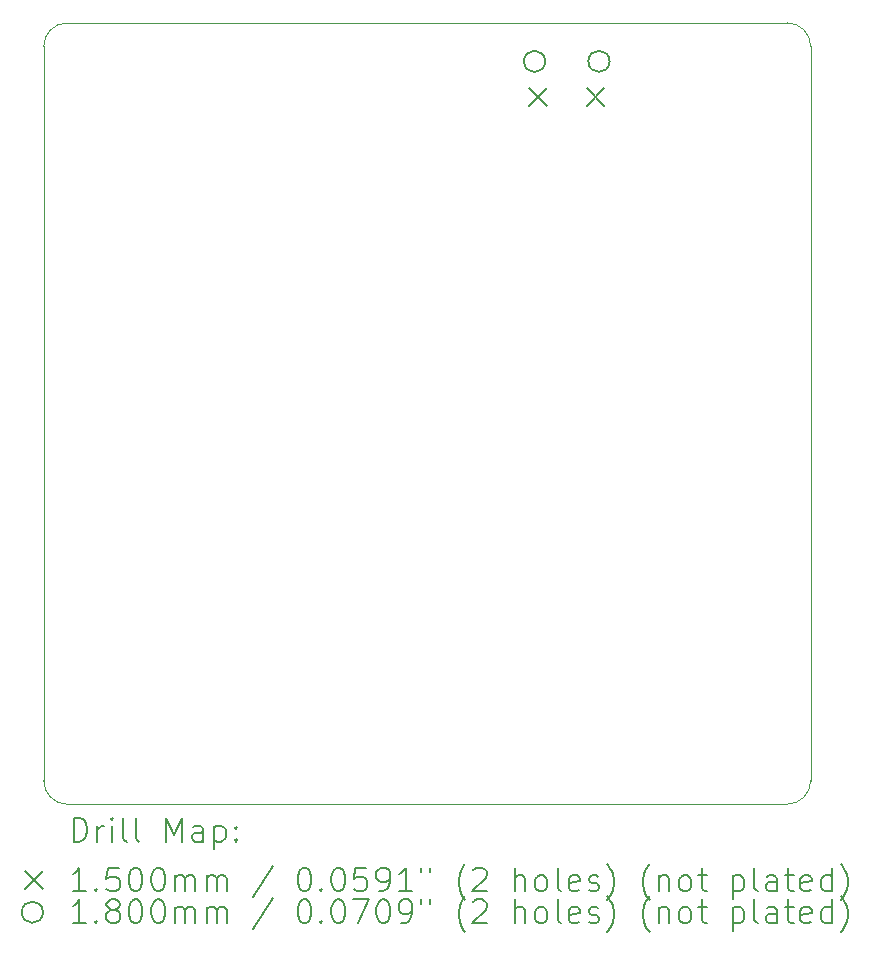
<source format=gbr>
%TF.GenerationSoftware,KiCad,Pcbnew,7.0.7*%
%TF.CreationDate,2023-10-17T10:27:27-07:00*%
%TF.ProjectId,dev-board,6465762d-626f-4617-9264-2e6b69636164,rev?*%
%TF.SameCoordinates,Original*%
%TF.FileFunction,Drillmap*%
%TF.FilePolarity,Positive*%
%FSLAX45Y45*%
G04 Gerber Fmt 4.5, Leading zero omitted, Abs format (unit mm)*
G04 Created by KiCad (PCBNEW 7.0.7) date 2023-10-17 10:27:27*
%MOMM*%
%LPD*%
G01*
G04 APERTURE LIST*
%ADD10C,0.100000*%
%ADD11C,0.200000*%
%ADD12C,0.150000*%
%ADD13C,0.180000*%
G04 APERTURE END LIST*
D10*
X19460000Y-5080000D02*
X19460000Y-11295000D01*
X12965000Y-11295000D02*
G75*
G03*
X13165000Y-11495000I200000J0D01*
G01*
X13165000Y-4880000D02*
G75*
G03*
X12965000Y-5080000I0J-200000D01*
G01*
X19260000Y-11495000D02*
G75*
G03*
X19460000Y-11295000I0J200000D01*
G01*
X13165000Y-4880000D02*
X19260000Y-4880000D01*
X12965000Y-11295000D02*
X12965000Y-5080000D01*
X19260000Y-11495000D02*
X13165000Y-11495000D01*
X19460000Y-5080000D02*
G75*
G03*
X19260000Y-4880000I-200000J0D01*
G01*
D11*
D12*
X17076500Y-5434000D02*
X17226500Y-5584000D01*
X17226500Y-5434000D02*
X17076500Y-5584000D01*
X17561500Y-5434000D02*
X17711500Y-5584000D01*
X17711500Y-5434000D02*
X17561500Y-5584000D01*
D13*
X17211500Y-5206000D02*
G75*
G03*
X17211500Y-5206000I-90000J0D01*
G01*
X17756500Y-5206000D02*
G75*
G03*
X17756500Y-5206000I-90000J0D01*
G01*
D11*
X13220777Y-11811484D02*
X13220777Y-11611484D01*
X13220777Y-11611484D02*
X13268396Y-11611484D01*
X13268396Y-11611484D02*
X13296967Y-11621008D01*
X13296967Y-11621008D02*
X13316015Y-11640055D01*
X13316015Y-11640055D02*
X13325539Y-11659103D01*
X13325539Y-11659103D02*
X13335062Y-11697198D01*
X13335062Y-11697198D02*
X13335062Y-11725769D01*
X13335062Y-11725769D02*
X13325539Y-11763865D01*
X13325539Y-11763865D02*
X13316015Y-11782912D01*
X13316015Y-11782912D02*
X13296967Y-11801960D01*
X13296967Y-11801960D02*
X13268396Y-11811484D01*
X13268396Y-11811484D02*
X13220777Y-11811484D01*
X13420777Y-11811484D02*
X13420777Y-11678150D01*
X13420777Y-11716246D02*
X13430301Y-11697198D01*
X13430301Y-11697198D02*
X13439824Y-11687674D01*
X13439824Y-11687674D02*
X13458872Y-11678150D01*
X13458872Y-11678150D02*
X13477920Y-11678150D01*
X13544586Y-11811484D02*
X13544586Y-11678150D01*
X13544586Y-11611484D02*
X13535062Y-11621008D01*
X13535062Y-11621008D02*
X13544586Y-11630531D01*
X13544586Y-11630531D02*
X13554110Y-11621008D01*
X13554110Y-11621008D02*
X13544586Y-11611484D01*
X13544586Y-11611484D02*
X13544586Y-11630531D01*
X13668396Y-11811484D02*
X13649348Y-11801960D01*
X13649348Y-11801960D02*
X13639824Y-11782912D01*
X13639824Y-11782912D02*
X13639824Y-11611484D01*
X13773158Y-11811484D02*
X13754110Y-11801960D01*
X13754110Y-11801960D02*
X13744586Y-11782912D01*
X13744586Y-11782912D02*
X13744586Y-11611484D01*
X14001729Y-11811484D02*
X14001729Y-11611484D01*
X14001729Y-11611484D02*
X14068396Y-11754341D01*
X14068396Y-11754341D02*
X14135062Y-11611484D01*
X14135062Y-11611484D02*
X14135062Y-11811484D01*
X14316015Y-11811484D02*
X14316015Y-11706722D01*
X14316015Y-11706722D02*
X14306491Y-11687674D01*
X14306491Y-11687674D02*
X14287443Y-11678150D01*
X14287443Y-11678150D02*
X14249348Y-11678150D01*
X14249348Y-11678150D02*
X14230301Y-11687674D01*
X14316015Y-11801960D02*
X14296967Y-11811484D01*
X14296967Y-11811484D02*
X14249348Y-11811484D01*
X14249348Y-11811484D02*
X14230301Y-11801960D01*
X14230301Y-11801960D02*
X14220777Y-11782912D01*
X14220777Y-11782912D02*
X14220777Y-11763865D01*
X14220777Y-11763865D02*
X14230301Y-11744817D01*
X14230301Y-11744817D02*
X14249348Y-11735293D01*
X14249348Y-11735293D02*
X14296967Y-11735293D01*
X14296967Y-11735293D02*
X14316015Y-11725769D01*
X14411253Y-11678150D02*
X14411253Y-11878150D01*
X14411253Y-11687674D02*
X14430301Y-11678150D01*
X14430301Y-11678150D02*
X14468396Y-11678150D01*
X14468396Y-11678150D02*
X14487443Y-11687674D01*
X14487443Y-11687674D02*
X14496967Y-11697198D01*
X14496967Y-11697198D02*
X14506491Y-11716246D01*
X14506491Y-11716246D02*
X14506491Y-11773388D01*
X14506491Y-11773388D02*
X14496967Y-11792436D01*
X14496967Y-11792436D02*
X14487443Y-11801960D01*
X14487443Y-11801960D02*
X14468396Y-11811484D01*
X14468396Y-11811484D02*
X14430301Y-11811484D01*
X14430301Y-11811484D02*
X14411253Y-11801960D01*
X14592205Y-11792436D02*
X14601729Y-11801960D01*
X14601729Y-11801960D02*
X14592205Y-11811484D01*
X14592205Y-11811484D02*
X14582682Y-11801960D01*
X14582682Y-11801960D02*
X14592205Y-11792436D01*
X14592205Y-11792436D02*
X14592205Y-11811484D01*
X14592205Y-11687674D02*
X14601729Y-11697198D01*
X14601729Y-11697198D02*
X14592205Y-11706722D01*
X14592205Y-11706722D02*
X14582682Y-11697198D01*
X14582682Y-11697198D02*
X14592205Y-11687674D01*
X14592205Y-11687674D02*
X14592205Y-11706722D01*
D12*
X12810000Y-12065000D02*
X12960000Y-12215000D01*
X12960000Y-12065000D02*
X12810000Y-12215000D01*
D11*
X13325539Y-12231484D02*
X13211253Y-12231484D01*
X13268396Y-12231484D02*
X13268396Y-12031484D01*
X13268396Y-12031484D02*
X13249348Y-12060055D01*
X13249348Y-12060055D02*
X13230301Y-12079103D01*
X13230301Y-12079103D02*
X13211253Y-12088627D01*
X13411253Y-12212436D02*
X13420777Y-12221960D01*
X13420777Y-12221960D02*
X13411253Y-12231484D01*
X13411253Y-12231484D02*
X13401729Y-12221960D01*
X13401729Y-12221960D02*
X13411253Y-12212436D01*
X13411253Y-12212436D02*
X13411253Y-12231484D01*
X13601729Y-12031484D02*
X13506491Y-12031484D01*
X13506491Y-12031484D02*
X13496967Y-12126722D01*
X13496967Y-12126722D02*
X13506491Y-12117198D01*
X13506491Y-12117198D02*
X13525539Y-12107674D01*
X13525539Y-12107674D02*
X13573158Y-12107674D01*
X13573158Y-12107674D02*
X13592205Y-12117198D01*
X13592205Y-12117198D02*
X13601729Y-12126722D01*
X13601729Y-12126722D02*
X13611253Y-12145769D01*
X13611253Y-12145769D02*
X13611253Y-12193388D01*
X13611253Y-12193388D02*
X13601729Y-12212436D01*
X13601729Y-12212436D02*
X13592205Y-12221960D01*
X13592205Y-12221960D02*
X13573158Y-12231484D01*
X13573158Y-12231484D02*
X13525539Y-12231484D01*
X13525539Y-12231484D02*
X13506491Y-12221960D01*
X13506491Y-12221960D02*
X13496967Y-12212436D01*
X13735062Y-12031484D02*
X13754110Y-12031484D01*
X13754110Y-12031484D02*
X13773158Y-12041008D01*
X13773158Y-12041008D02*
X13782682Y-12050531D01*
X13782682Y-12050531D02*
X13792205Y-12069579D01*
X13792205Y-12069579D02*
X13801729Y-12107674D01*
X13801729Y-12107674D02*
X13801729Y-12155293D01*
X13801729Y-12155293D02*
X13792205Y-12193388D01*
X13792205Y-12193388D02*
X13782682Y-12212436D01*
X13782682Y-12212436D02*
X13773158Y-12221960D01*
X13773158Y-12221960D02*
X13754110Y-12231484D01*
X13754110Y-12231484D02*
X13735062Y-12231484D01*
X13735062Y-12231484D02*
X13716015Y-12221960D01*
X13716015Y-12221960D02*
X13706491Y-12212436D01*
X13706491Y-12212436D02*
X13696967Y-12193388D01*
X13696967Y-12193388D02*
X13687443Y-12155293D01*
X13687443Y-12155293D02*
X13687443Y-12107674D01*
X13687443Y-12107674D02*
X13696967Y-12069579D01*
X13696967Y-12069579D02*
X13706491Y-12050531D01*
X13706491Y-12050531D02*
X13716015Y-12041008D01*
X13716015Y-12041008D02*
X13735062Y-12031484D01*
X13925539Y-12031484D02*
X13944586Y-12031484D01*
X13944586Y-12031484D02*
X13963634Y-12041008D01*
X13963634Y-12041008D02*
X13973158Y-12050531D01*
X13973158Y-12050531D02*
X13982682Y-12069579D01*
X13982682Y-12069579D02*
X13992205Y-12107674D01*
X13992205Y-12107674D02*
X13992205Y-12155293D01*
X13992205Y-12155293D02*
X13982682Y-12193388D01*
X13982682Y-12193388D02*
X13973158Y-12212436D01*
X13973158Y-12212436D02*
X13963634Y-12221960D01*
X13963634Y-12221960D02*
X13944586Y-12231484D01*
X13944586Y-12231484D02*
X13925539Y-12231484D01*
X13925539Y-12231484D02*
X13906491Y-12221960D01*
X13906491Y-12221960D02*
X13896967Y-12212436D01*
X13896967Y-12212436D02*
X13887443Y-12193388D01*
X13887443Y-12193388D02*
X13877920Y-12155293D01*
X13877920Y-12155293D02*
X13877920Y-12107674D01*
X13877920Y-12107674D02*
X13887443Y-12069579D01*
X13887443Y-12069579D02*
X13896967Y-12050531D01*
X13896967Y-12050531D02*
X13906491Y-12041008D01*
X13906491Y-12041008D02*
X13925539Y-12031484D01*
X14077920Y-12231484D02*
X14077920Y-12098150D01*
X14077920Y-12117198D02*
X14087443Y-12107674D01*
X14087443Y-12107674D02*
X14106491Y-12098150D01*
X14106491Y-12098150D02*
X14135063Y-12098150D01*
X14135063Y-12098150D02*
X14154110Y-12107674D01*
X14154110Y-12107674D02*
X14163634Y-12126722D01*
X14163634Y-12126722D02*
X14163634Y-12231484D01*
X14163634Y-12126722D02*
X14173158Y-12107674D01*
X14173158Y-12107674D02*
X14192205Y-12098150D01*
X14192205Y-12098150D02*
X14220777Y-12098150D01*
X14220777Y-12098150D02*
X14239824Y-12107674D01*
X14239824Y-12107674D02*
X14249348Y-12126722D01*
X14249348Y-12126722D02*
X14249348Y-12231484D01*
X14344586Y-12231484D02*
X14344586Y-12098150D01*
X14344586Y-12117198D02*
X14354110Y-12107674D01*
X14354110Y-12107674D02*
X14373158Y-12098150D01*
X14373158Y-12098150D02*
X14401729Y-12098150D01*
X14401729Y-12098150D02*
X14420777Y-12107674D01*
X14420777Y-12107674D02*
X14430301Y-12126722D01*
X14430301Y-12126722D02*
X14430301Y-12231484D01*
X14430301Y-12126722D02*
X14439824Y-12107674D01*
X14439824Y-12107674D02*
X14458872Y-12098150D01*
X14458872Y-12098150D02*
X14487443Y-12098150D01*
X14487443Y-12098150D02*
X14506491Y-12107674D01*
X14506491Y-12107674D02*
X14516015Y-12126722D01*
X14516015Y-12126722D02*
X14516015Y-12231484D01*
X14906491Y-12021960D02*
X14735063Y-12279103D01*
X15163634Y-12031484D02*
X15182682Y-12031484D01*
X15182682Y-12031484D02*
X15201729Y-12041008D01*
X15201729Y-12041008D02*
X15211253Y-12050531D01*
X15211253Y-12050531D02*
X15220777Y-12069579D01*
X15220777Y-12069579D02*
X15230301Y-12107674D01*
X15230301Y-12107674D02*
X15230301Y-12155293D01*
X15230301Y-12155293D02*
X15220777Y-12193388D01*
X15220777Y-12193388D02*
X15211253Y-12212436D01*
X15211253Y-12212436D02*
X15201729Y-12221960D01*
X15201729Y-12221960D02*
X15182682Y-12231484D01*
X15182682Y-12231484D02*
X15163634Y-12231484D01*
X15163634Y-12231484D02*
X15144586Y-12221960D01*
X15144586Y-12221960D02*
X15135063Y-12212436D01*
X15135063Y-12212436D02*
X15125539Y-12193388D01*
X15125539Y-12193388D02*
X15116015Y-12155293D01*
X15116015Y-12155293D02*
X15116015Y-12107674D01*
X15116015Y-12107674D02*
X15125539Y-12069579D01*
X15125539Y-12069579D02*
X15135063Y-12050531D01*
X15135063Y-12050531D02*
X15144586Y-12041008D01*
X15144586Y-12041008D02*
X15163634Y-12031484D01*
X15316015Y-12212436D02*
X15325539Y-12221960D01*
X15325539Y-12221960D02*
X15316015Y-12231484D01*
X15316015Y-12231484D02*
X15306491Y-12221960D01*
X15306491Y-12221960D02*
X15316015Y-12212436D01*
X15316015Y-12212436D02*
X15316015Y-12231484D01*
X15449348Y-12031484D02*
X15468396Y-12031484D01*
X15468396Y-12031484D02*
X15487444Y-12041008D01*
X15487444Y-12041008D02*
X15496967Y-12050531D01*
X15496967Y-12050531D02*
X15506491Y-12069579D01*
X15506491Y-12069579D02*
X15516015Y-12107674D01*
X15516015Y-12107674D02*
X15516015Y-12155293D01*
X15516015Y-12155293D02*
X15506491Y-12193388D01*
X15506491Y-12193388D02*
X15496967Y-12212436D01*
X15496967Y-12212436D02*
X15487444Y-12221960D01*
X15487444Y-12221960D02*
X15468396Y-12231484D01*
X15468396Y-12231484D02*
X15449348Y-12231484D01*
X15449348Y-12231484D02*
X15430301Y-12221960D01*
X15430301Y-12221960D02*
X15420777Y-12212436D01*
X15420777Y-12212436D02*
X15411253Y-12193388D01*
X15411253Y-12193388D02*
X15401729Y-12155293D01*
X15401729Y-12155293D02*
X15401729Y-12107674D01*
X15401729Y-12107674D02*
X15411253Y-12069579D01*
X15411253Y-12069579D02*
X15420777Y-12050531D01*
X15420777Y-12050531D02*
X15430301Y-12041008D01*
X15430301Y-12041008D02*
X15449348Y-12031484D01*
X15696967Y-12031484D02*
X15601729Y-12031484D01*
X15601729Y-12031484D02*
X15592206Y-12126722D01*
X15592206Y-12126722D02*
X15601729Y-12117198D01*
X15601729Y-12117198D02*
X15620777Y-12107674D01*
X15620777Y-12107674D02*
X15668396Y-12107674D01*
X15668396Y-12107674D02*
X15687444Y-12117198D01*
X15687444Y-12117198D02*
X15696967Y-12126722D01*
X15696967Y-12126722D02*
X15706491Y-12145769D01*
X15706491Y-12145769D02*
X15706491Y-12193388D01*
X15706491Y-12193388D02*
X15696967Y-12212436D01*
X15696967Y-12212436D02*
X15687444Y-12221960D01*
X15687444Y-12221960D02*
X15668396Y-12231484D01*
X15668396Y-12231484D02*
X15620777Y-12231484D01*
X15620777Y-12231484D02*
X15601729Y-12221960D01*
X15601729Y-12221960D02*
X15592206Y-12212436D01*
X15801729Y-12231484D02*
X15839825Y-12231484D01*
X15839825Y-12231484D02*
X15858872Y-12221960D01*
X15858872Y-12221960D02*
X15868396Y-12212436D01*
X15868396Y-12212436D02*
X15887444Y-12183865D01*
X15887444Y-12183865D02*
X15896967Y-12145769D01*
X15896967Y-12145769D02*
X15896967Y-12069579D01*
X15896967Y-12069579D02*
X15887444Y-12050531D01*
X15887444Y-12050531D02*
X15877920Y-12041008D01*
X15877920Y-12041008D02*
X15858872Y-12031484D01*
X15858872Y-12031484D02*
X15820777Y-12031484D01*
X15820777Y-12031484D02*
X15801729Y-12041008D01*
X15801729Y-12041008D02*
X15792206Y-12050531D01*
X15792206Y-12050531D02*
X15782682Y-12069579D01*
X15782682Y-12069579D02*
X15782682Y-12117198D01*
X15782682Y-12117198D02*
X15792206Y-12136246D01*
X15792206Y-12136246D02*
X15801729Y-12145769D01*
X15801729Y-12145769D02*
X15820777Y-12155293D01*
X15820777Y-12155293D02*
X15858872Y-12155293D01*
X15858872Y-12155293D02*
X15877920Y-12145769D01*
X15877920Y-12145769D02*
X15887444Y-12136246D01*
X15887444Y-12136246D02*
X15896967Y-12117198D01*
X16087444Y-12231484D02*
X15973158Y-12231484D01*
X16030301Y-12231484D02*
X16030301Y-12031484D01*
X16030301Y-12031484D02*
X16011253Y-12060055D01*
X16011253Y-12060055D02*
X15992206Y-12079103D01*
X15992206Y-12079103D02*
X15973158Y-12088627D01*
X16163634Y-12031484D02*
X16163634Y-12069579D01*
X16239825Y-12031484D02*
X16239825Y-12069579D01*
X16535063Y-12307674D02*
X16525539Y-12298150D01*
X16525539Y-12298150D02*
X16506491Y-12269579D01*
X16506491Y-12269579D02*
X16496968Y-12250531D01*
X16496968Y-12250531D02*
X16487444Y-12221960D01*
X16487444Y-12221960D02*
X16477920Y-12174341D01*
X16477920Y-12174341D02*
X16477920Y-12136246D01*
X16477920Y-12136246D02*
X16487444Y-12088627D01*
X16487444Y-12088627D02*
X16496968Y-12060055D01*
X16496968Y-12060055D02*
X16506491Y-12041008D01*
X16506491Y-12041008D02*
X16525539Y-12012436D01*
X16525539Y-12012436D02*
X16535063Y-12002912D01*
X16601729Y-12050531D02*
X16611253Y-12041008D01*
X16611253Y-12041008D02*
X16630301Y-12031484D01*
X16630301Y-12031484D02*
X16677920Y-12031484D01*
X16677920Y-12031484D02*
X16696968Y-12041008D01*
X16696968Y-12041008D02*
X16706491Y-12050531D01*
X16706491Y-12050531D02*
X16716015Y-12069579D01*
X16716015Y-12069579D02*
X16716015Y-12088627D01*
X16716015Y-12088627D02*
X16706491Y-12117198D01*
X16706491Y-12117198D02*
X16592206Y-12231484D01*
X16592206Y-12231484D02*
X16716015Y-12231484D01*
X16954111Y-12231484D02*
X16954111Y-12031484D01*
X17039825Y-12231484D02*
X17039825Y-12126722D01*
X17039825Y-12126722D02*
X17030301Y-12107674D01*
X17030301Y-12107674D02*
X17011253Y-12098150D01*
X17011253Y-12098150D02*
X16982682Y-12098150D01*
X16982682Y-12098150D02*
X16963634Y-12107674D01*
X16963634Y-12107674D02*
X16954111Y-12117198D01*
X17163634Y-12231484D02*
X17144587Y-12221960D01*
X17144587Y-12221960D02*
X17135063Y-12212436D01*
X17135063Y-12212436D02*
X17125539Y-12193388D01*
X17125539Y-12193388D02*
X17125539Y-12136246D01*
X17125539Y-12136246D02*
X17135063Y-12117198D01*
X17135063Y-12117198D02*
X17144587Y-12107674D01*
X17144587Y-12107674D02*
X17163634Y-12098150D01*
X17163634Y-12098150D02*
X17192206Y-12098150D01*
X17192206Y-12098150D02*
X17211253Y-12107674D01*
X17211253Y-12107674D02*
X17220777Y-12117198D01*
X17220777Y-12117198D02*
X17230301Y-12136246D01*
X17230301Y-12136246D02*
X17230301Y-12193388D01*
X17230301Y-12193388D02*
X17220777Y-12212436D01*
X17220777Y-12212436D02*
X17211253Y-12221960D01*
X17211253Y-12221960D02*
X17192206Y-12231484D01*
X17192206Y-12231484D02*
X17163634Y-12231484D01*
X17344587Y-12231484D02*
X17325539Y-12221960D01*
X17325539Y-12221960D02*
X17316015Y-12202912D01*
X17316015Y-12202912D02*
X17316015Y-12031484D01*
X17496968Y-12221960D02*
X17477920Y-12231484D01*
X17477920Y-12231484D02*
X17439825Y-12231484D01*
X17439825Y-12231484D02*
X17420777Y-12221960D01*
X17420777Y-12221960D02*
X17411253Y-12202912D01*
X17411253Y-12202912D02*
X17411253Y-12126722D01*
X17411253Y-12126722D02*
X17420777Y-12107674D01*
X17420777Y-12107674D02*
X17439825Y-12098150D01*
X17439825Y-12098150D02*
X17477920Y-12098150D01*
X17477920Y-12098150D02*
X17496968Y-12107674D01*
X17496968Y-12107674D02*
X17506492Y-12126722D01*
X17506492Y-12126722D02*
X17506492Y-12145769D01*
X17506492Y-12145769D02*
X17411253Y-12164817D01*
X17582682Y-12221960D02*
X17601730Y-12231484D01*
X17601730Y-12231484D02*
X17639825Y-12231484D01*
X17639825Y-12231484D02*
X17658873Y-12221960D01*
X17658873Y-12221960D02*
X17668396Y-12202912D01*
X17668396Y-12202912D02*
X17668396Y-12193388D01*
X17668396Y-12193388D02*
X17658873Y-12174341D01*
X17658873Y-12174341D02*
X17639825Y-12164817D01*
X17639825Y-12164817D02*
X17611253Y-12164817D01*
X17611253Y-12164817D02*
X17592206Y-12155293D01*
X17592206Y-12155293D02*
X17582682Y-12136246D01*
X17582682Y-12136246D02*
X17582682Y-12126722D01*
X17582682Y-12126722D02*
X17592206Y-12107674D01*
X17592206Y-12107674D02*
X17611253Y-12098150D01*
X17611253Y-12098150D02*
X17639825Y-12098150D01*
X17639825Y-12098150D02*
X17658873Y-12107674D01*
X17735063Y-12307674D02*
X17744587Y-12298150D01*
X17744587Y-12298150D02*
X17763634Y-12269579D01*
X17763634Y-12269579D02*
X17773158Y-12250531D01*
X17773158Y-12250531D02*
X17782682Y-12221960D01*
X17782682Y-12221960D02*
X17792206Y-12174341D01*
X17792206Y-12174341D02*
X17792206Y-12136246D01*
X17792206Y-12136246D02*
X17782682Y-12088627D01*
X17782682Y-12088627D02*
X17773158Y-12060055D01*
X17773158Y-12060055D02*
X17763634Y-12041008D01*
X17763634Y-12041008D02*
X17744587Y-12012436D01*
X17744587Y-12012436D02*
X17735063Y-12002912D01*
X18096968Y-12307674D02*
X18087444Y-12298150D01*
X18087444Y-12298150D02*
X18068396Y-12269579D01*
X18068396Y-12269579D02*
X18058873Y-12250531D01*
X18058873Y-12250531D02*
X18049349Y-12221960D01*
X18049349Y-12221960D02*
X18039825Y-12174341D01*
X18039825Y-12174341D02*
X18039825Y-12136246D01*
X18039825Y-12136246D02*
X18049349Y-12088627D01*
X18049349Y-12088627D02*
X18058873Y-12060055D01*
X18058873Y-12060055D02*
X18068396Y-12041008D01*
X18068396Y-12041008D02*
X18087444Y-12012436D01*
X18087444Y-12012436D02*
X18096968Y-12002912D01*
X18173158Y-12098150D02*
X18173158Y-12231484D01*
X18173158Y-12117198D02*
X18182682Y-12107674D01*
X18182682Y-12107674D02*
X18201730Y-12098150D01*
X18201730Y-12098150D02*
X18230301Y-12098150D01*
X18230301Y-12098150D02*
X18249349Y-12107674D01*
X18249349Y-12107674D02*
X18258873Y-12126722D01*
X18258873Y-12126722D02*
X18258873Y-12231484D01*
X18382682Y-12231484D02*
X18363634Y-12221960D01*
X18363634Y-12221960D02*
X18354111Y-12212436D01*
X18354111Y-12212436D02*
X18344587Y-12193388D01*
X18344587Y-12193388D02*
X18344587Y-12136246D01*
X18344587Y-12136246D02*
X18354111Y-12117198D01*
X18354111Y-12117198D02*
X18363634Y-12107674D01*
X18363634Y-12107674D02*
X18382682Y-12098150D01*
X18382682Y-12098150D02*
X18411254Y-12098150D01*
X18411254Y-12098150D02*
X18430301Y-12107674D01*
X18430301Y-12107674D02*
X18439825Y-12117198D01*
X18439825Y-12117198D02*
X18449349Y-12136246D01*
X18449349Y-12136246D02*
X18449349Y-12193388D01*
X18449349Y-12193388D02*
X18439825Y-12212436D01*
X18439825Y-12212436D02*
X18430301Y-12221960D01*
X18430301Y-12221960D02*
X18411254Y-12231484D01*
X18411254Y-12231484D02*
X18382682Y-12231484D01*
X18506492Y-12098150D02*
X18582682Y-12098150D01*
X18535063Y-12031484D02*
X18535063Y-12202912D01*
X18535063Y-12202912D02*
X18544587Y-12221960D01*
X18544587Y-12221960D02*
X18563634Y-12231484D01*
X18563634Y-12231484D02*
X18582682Y-12231484D01*
X18801730Y-12098150D02*
X18801730Y-12298150D01*
X18801730Y-12107674D02*
X18820777Y-12098150D01*
X18820777Y-12098150D02*
X18858873Y-12098150D01*
X18858873Y-12098150D02*
X18877920Y-12107674D01*
X18877920Y-12107674D02*
X18887444Y-12117198D01*
X18887444Y-12117198D02*
X18896968Y-12136246D01*
X18896968Y-12136246D02*
X18896968Y-12193388D01*
X18896968Y-12193388D02*
X18887444Y-12212436D01*
X18887444Y-12212436D02*
X18877920Y-12221960D01*
X18877920Y-12221960D02*
X18858873Y-12231484D01*
X18858873Y-12231484D02*
X18820777Y-12231484D01*
X18820777Y-12231484D02*
X18801730Y-12221960D01*
X19011254Y-12231484D02*
X18992206Y-12221960D01*
X18992206Y-12221960D02*
X18982682Y-12202912D01*
X18982682Y-12202912D02*
X18982682Y-12031484D01*
X19173158Y-12231484D02*
X19173158Y-12126722D01*
X19173158Y-12126722D02*
X19163635Y-12107674D01*
X19163635Y-12107674D02*
X19144587Y-12098150D01*
X19144587Y-12098150D02*
X19106492Y-12098150D01*
X19106492Y-12098150D02*
X19087444Y-12107674D01*
X19173158Y-12221960D02*
X19154111Y-12231484D01*
X19154111Y-12231484D02*
X19106492Y-12231484D01*
X19106492Y-12231484D02*
X19087444Y-12221960D01*
X19087444Y-12221960D02*
X19077920Y-12202912D01*
X19077920Y-12202912D02*
X19077920Y-12183865D01*
X19077920Y-12183865D02*
X19087444Y-12164817D01*
X19087444Y-12164817D02*
X19106492Y-12155293D01*
X19106492Y-12155293D02*
X19154111Y-12155293D01*
X19154111Y-12155293D02*
X19173158Y-12145769D01*
X19239825Y-12098150D02*
X19316015Y-12098150D01*
X19268396Y-12031484D02*
X19268396Y-12202912D01*
X19268396Y-12202912D02*
X19277920Y-12221960D01*
X19277920Y-12221960D02*
X19296968Y-12231484D01*
X19296968Y-12231484D02*
X19316015Y-12231484D01*
X19458873Y-12221960D02*
X19439825Y-12231484D01*
X19439825Y-12231484D02*
X19401730Y-12231484D01*
X19401730Y-12231484D02*
X19382682Y-12221960D01*
X19382682Y-12221960D02*
X19373158Y-12202912D01*
X19373158Y-12202912D02*
X19373158Y-12126722D01*
X19373158Y-12126722D02*
X19382682Y-12107674D01*
X19382682Y-12107674D02*
X19401730Y-12098150D01*
X19401730Y-12098150D02*
X19439825Y-12098150D01*
X19439825Y-12098150D02*
X19458873Y-12107674D01*
X19458873Y-12107674D02*
X19468396Y-12126722D01*
X19468396Y-12126722D02*
X19468396Y-12145769D01*
X19468396Y-12145769D02*
X19373158Y-12164817D01*
X19639825Y-12231484D02*
X19639825Y-12031484D01*
X19639825Y-12221960D02*
X19620777Y-12231484D01*
X19620777Y-12231484D02*
X19582682Y-12231484D01*
X19582682Y-12231484D02*
X19563635Y-12221960D01*
X19563635Y-12221960D02*
X19554111Y-12212436D01*
X19554111Y-12212436D02*
X19544587Y-12193388D01*
X19544587Y-12193388D02*
X19544587Y-12136246D01*
X19544587Y-12136246D02*
X19554111Y-12117198D01*
X19554111Y-12117198D02*
X19563635Y-12107674D01*
X19563635Y-12107674D02*
X19582682Y-12098150D01*
X19582682Y-12098150D02*
X19620777Y-12098150D01*
X19620777Y-12098150D02*
X19639825Y-12107674D01*
X19716016Y-12307674D02*
X19725539Y-12298150D01*
X19725539Y-12298150D02*
X19744587Y-12269579D01*
X19744587Y-12269579D02*
X19754111Y-12250531D01*
X19754111Y-12250531D02*
X19763635Y-12221960D01*
X19763635Y-12221960D02*
X19773158Y-12174341D01*
X19773158Y-12174341D02*
X19773158Y-12136246D01*
X19773158Y-12136246D02*
X19763635Y-12088627D01*
X19763635Y-12088627D02*
X19754111Y-12060055D01*
X19754111Y-12060055D02*
X19744587Y-12041008D01*
X19744587Y-12041008D02*
X19725539Y-12012436D01*
X19725539Y-12012436D02*
X19716016Y-12002912D01*
D13*
X12960000Y-12410000D02*
G75*
G03*
X12960000Y-12410000I-90000J0D01*
G01*
D11*
X13325539Y-12501484D02*
X13211253Y-12501484D01*
X13268396Y-12501484D02*
X13268396Y-12301484D01*
X13268396Y-12301484D02*
X13249348Y-12330055D01*
X13249348Y-12330055D02*
X13230301Y-12349103D01*
X13230301Y-12349103D02*
X13211253Y-12358627D01*
X13411253Y-12482436D02*
X13420777Y-12491960D01*
X13420777Y-12491960D02*
X13411253Y-12501484D01*
X13411253Y-12501484D02*
X13401729Y-12491960D01*
X13401729Y-12491960D02*
X13411253Y-12482436D01*
X13411253Y-12482436D02*
X13411253Y-12501484D01*
X13535062Y-12387198D02*
X13516015Y-12377674D01*
X13516015Y-12377674D02*
X13506491Y-12368150D01*
X13506491Y-12368150D02*
X13496967Y-12349103D01*
X13496967Y-12349103D02*
X13496967Y-12339579D01*
X13496967Y-12339579D02*
X13506491Y-12320531D01*
X13506491Y-12320531D02*
X13516015Y-12311008D01*
X13516015Y-12311008D02*
X13535062Y-12301484D01*
X13535062Y-12301484D02*
X13573158Y-12301484D01*
X13573158Y-12301484D02*
X13592205Y-12311008D01*
X13592205Y-12311008D02*
X13601729Y-12320531D01*
X13601729Y-12320531D02*
X13611253Y-12339579D01*
X13611253Y-12339579D02*
X13611253Y-12349103D01*
X13611253Y-12349103D02*
X13601729Y-12368150D01*
X13601729Y-12368150D02*
X13592205Y-12377674D01*
X13592205Y-12377674D02*
X13573158Y-12387198D01*
X13573158Y-12387198D02*
X13535062Y-12387198D01*
X13535062Y-12387198D02*
X13516015Y-12396722D01*
X13516015Y-12396722D02*
X13506491Y-12406246D01*
X13506491Y-12406246D02*
X13496967Y-12425293D01*
X13496967Y-12425293D02*
X13496967Y-12463388D01*
X13496967Y-12463388D02*
X13506491Y-12482436D01*
X13506491Y-12482436D02*
X13516015Y-12491960D01*
X13516015Y-12491960D02*
X13535062Y-12501484D01*
X13535062Y-12501484D02*
X13573158Y-12501484D01*
X13573158Y-12501484D02*
X13592205Y-12491960D01*
X13592205Y-12491960D02*
X13601729Y-12482436D01*
X13601729Y-12482436D02*
X13611253Y-12463388D01*
X13611253Y-12463388D02*
X13611253Y-12425293D01*
X13611253Y-12425293D02*
X13601729Y-12406246D01*
X13601729Y-12406246D02*
X13592205Y-12396722D01*
X13592205Y-12396722D02*
X13573158Y-12387198D01*
X13735062Y-12301484D02*
X13754110Y-12301484D01*
X13754110Y-12301484D02*
X13773158Y-12311008D01*
X13773158Y-12311008D02*
X13782682Y-12320531D01*
X13782682Y-12320531D02*
X13792205Y-12339579D01*
X13792205Y-12339579D02*
X13801729Y-12377674D01*
X13801729Y-12377674D02*
X13801729Y-12425293D01*
X13801729Y-12425293D02*
X13792205Y-12463388D01*
X13792205Y-12463388D02*
X13782682Y-12482436D01*
X13782682Y-12482436D02*
X13773158Y-12491960D01*
X13773158Y-12491960D02*
X13754110Y-12501484D01*
X13754110Y-12501484D02*
X13735062Y-12501484D01*
X13735062Y-12501484D02*
X13716015Y-12491960D01*
X13716015Y-12491960D02*
X13706491Y-12482436D01*
X13706491Y-12482436D02*
X13696967Y-12463388D01*
X13696967Y-12463388D02*
X13687443Y-12425293D01*
X13687443Y-12425293D02*
X13687443Y-12377674D01*
X13687443Y-12377674D02*
X13696967Y-12339579D01*
X13696967Y-12339579D02*
X13706491Y-12320531D01*
X13706491Y-12320531D02*
X13716015Y-12311008D01*
X13716015Y-12311008D02*
X13735062Y-12301484D01*
X13925539Y-12301484D02*
X13944586Y-12301484D01*
X13944586Y-12301484D02*
X13963634Y-12311008D01*
X13963634Y-12311008D02*
X13973158Y-12320531D01*
X13973158Y-12320531D02*
X13982682Y-12339579D01*
X13982682Y-12339579D02*
X13992205Y-12377674D01*
X13992205Y-12377674D02*
X13992205Y-12425293D01*
X13992205Y-12425293D02*
X13982682Y-12463388D01*
X13982682Y-12463388D02*
X13973158Y-12482436D01*
X13973158Y-12482436D02*
X13963634Y-12491960D01*
X13963634Y-12491960D02*
X13944586Y-12501484D01*
X13944586Y-12501484D02*
X13925539Y-12501484D01*
X13925539Y-12501484D02*
X13906491Y-12491960D01*
X13906491Y-12491960D02*
X13896967Y-12482436D01*
X13896967Y-12482436D02*
X13887443Y-12463388D01*
X13887443Y-12463388D02*
X13877920Y-12425293D01*
X13877920Y-12425293D02*
X13877920Y-12377674D01*
X13877920Y-12377674D02*
X13887443Y-12339579D01*
X13887443Y-12339579D02*
X13896967Y-12320531D01*
X13896967Y-12320531D02*
X13906491Y-12311008D01*
X13906491Y-12311008D02*
X13925539Y-12301484D01*
X14077920Y-12501484D02*
X14077920Y-12368150D01*
X14077920Y-12387198D02*
X14087443Y-12377674D01*
X14087443Y-12377674D02*
X14106491Y-12368150D01*
X14106491Y-12368150D02*
X14135063Y-12368150D01*
X14135063Y-12368150D02*
X14154110Y-12377674D01*
X14154110Y-12377674D02*
X14163634Y-12396722D01*
X14163634Y-12396722D02*
X14163634Y-12501484D01*
X14163634Y-12396722D02*
X14173158Y-12377674D01*
X14173158Y-12377674D02*
X14192205Y-12368150D01*
X14192205Y-12368150D02*
X14220777Y-12368150D01*
X14220777Y-12368150D02*
X14239824Y-12377674D01*
X14239824Y-12377674D02*
X14249348Y-12396722D01*
X14249348Y-12396722D02*
X14249348Y-12501484D01*
X14344586Y-12501484D02*
X14344586Y-12368150D01*
X14344586Y-12387198D02*
X14354110Y-12377674D01*
X14354110Y-12377674D02*
X14373158Y-12368150D01*
X14373158Y-12368150D02*
X14401729Y-12368150D01*
X14401729Y-12368150D02*
X14420777Y-12377674D01*
X14420777Y-12377674D02*
X14430301Y-12396722D01*
X14430301Y-12396722D02*
X14430301Y-12501484D01*
X14430301Y-12396722D02*
X14439824Y-12377674D01*
X14439824Y-12377674D02*
X14458872Y-12368150D01*
X14458872Y-12368150D02*
X14487443Y-12368150D01*
X14487443Y-12368150D02*
X14506491Y-12377674D01*
X14506491Y-12377674D02*
X14516015Y-12396722D01*
X14516015Y-12396722D02*
X14516015Y-12501484D01*
X14906491Y-12291960D02*
X14735063Y-12549103D01*
X15163634Y-12301484D02*
X15182682Y-12301484D01*
X15182682Y-12301484D02*
X15201729Y-12311008D01*
X15201729Y-12311008D02*
X15211253Y-12320531D01*
X15211253Y-12320531D02*
X15220777Y-12339579D01*
X15220777Y-12339579D02*
X15230301Y-12377674D01*
X15230301Y-12377674D02*
X15230301Y-12425293D01*
X15230301Y-12425293D02*
X15220777Y-12463388D01*
X15220777Y-12463388D02*
X15211253Y-12482436D01*
X15211253Y-12482436D02*
X15201729Y-12491960D01*
X15201729Y-12491960D02*
X15182682Y-12501484D01*
X15182682Y-12501484D02*
X15163634Y-12501484D01*
X15163634Y-12501484D02*
X15144586Y-12491960D01*
X15144586Y-12491960D02*
X15135063Y-12482436D01*
X15135063Y-12482436D02*
X15125539Y-12463388D01*
X15125539Y-12463388D02*
X15116015Y-12425293D01*
X15116015Y-12425293D02*
X15116015Y-12377674D01*
X15116015Y-12377674D02*
X15125539Y-12339579D01*
X15125539Y-12339579D02*
X15135063Y-12320531D01*
X15135063Y-12320531D02*
X15144586Y-12311008D01*
X15144586Y-12311008D02*
X15163634Y-12301484D01*
X15316015Y-12482436D02*
X15325539Y-12491960D01*
X15325539Y-12491960D02*
X15316015Y-12501484D01*
X15316015Y-12501484D02*
X15306491Y-12491960D01*
X15306491Y-12491960D02*
X15316015Y-12482436D01*
X15316015Y-12482436D02*
X15316015Y-12501484D01*
X15449348Y-12301484D02*
X15468396Y-12301484D01*
X15468396Y-12301484D02*
X15487444Y-12311008D01*
X15487444Y-12311008D02*
X15496967Y-12320531D01*
X15496967Y-12320531D02*
X15506491Y-12339579D01*
X15506491Y-12339579D02*
X15516015Y-12377674D01*
X15516015Y-12377674D02*
X15516015Y-12425293D01*
X15516015Y-12425293D02*
X15506491Y-12463388D01*
X15506491Y-12463388D02*
X15496967Y-12482436D01*
X15496967Y-12482436D02*
X15487444Y-12491960D01*
X15487444Y-12491960D02*
X15468396Y-12501484D01*
X15468396Y-12501484D02*
X15449348Y-12501484D01*
X15449348Y-12501484D02*
X15430301Y-12491960D01*
X15430301Y-12491960D02*
X15420777Y-12482436D01*
X15420777Y-12482436D02*
X15411253Y-12463388D01*
X15411253Y-12463388D02*
X15401729Y-12425293D01*
X15401729Y-12425293D02*
X15401729Y-12377674D01*
X15401729Y-12377674D02*
X15411253Y-12339579D01*
X15411253Y-12339579D02*
X15420777Y-12320531D01*
X15420777Y-12320531D02*
X15430301Y-12311008D01*
X15430301Y-12311008D02*
X15449348Y-12301484D01*
X15582682Y-12301484D02*
X15716015Y-12301484D01*
X15716015Y-12301484D02*
X15630301Y-12501484D01*
X15830301Y-12301484D02*
X15849348Y-12301484D01*
X15849348Y-12301484D02*
X15868396Y-12311008D01*
X15868396Y-12311008D02*
X15877920Y-12320531D01*
X15877920Y-12320531D02*
X15887444Y-12339579D01*
X15887444Y-12339579D02*
X15896967Y-12377674D01*
X15896967Y-12377674D02*
X15896967Y-12425293D01*
X15896967Y-12425293D02*
X15887444Y-12463388D01*
X15887444Y-12463388D02*
X15877920Y-12482436D01*
X15877920Y-12482436D02*
X15868396Y-12491960D01*
X15868396Y-12491960D02*
X15849348Y-12501484D01*
X15849348Y-12501484D02*
X15830301Y-12501484D01*
X15830301Y-12501484D02*
X15811253Y-12491960D01*
X15811253Y-12491960D02*
X15801729Y-12482436D01*
X15801729Y-12482436D02*
X15792206Y-12463388D01*
X15792206Y-12463388D02*
X15782682Y-12425293D01*
X15782682Y-12425293D02*
X15782682Y-12377674D01*
X15782682Y-12377674D02*
X15792206Y-12339579D01*
X15792206Y-12339579D02*
X15801729Y-12320531D01*
X15801729Y-12320531D02*
X15811253Y-12311008D01*
X15811253Y-12311008D02*
X15830301Y-12301484D01*
X15992206Y-12501484D02*
X16030301Y-12501484D01*
X16030301Y-12501484D02*
X16049348Y-12491960D01*
X16049348Y-12491960D02*
X16058872Y-12482436D01*
X16058872Y-12482436D02*
X16077920Y-12453865D01*
X16077920Y-12453865D02*
X16087444Y-12415769D01*
X16087444Y-12415769D02*
X16087444Y-12339579D01*
X16087444Y-12339579D02*
X16077920Y-12320531D01*
X16077920Y-12320531D02*
X16068396Y-12311008D01*
X16068396Y-12311008D02*
X16049348Y-12301484D01*
X16049348Y-12301484D02*
X16011253Y-12301484D01*
X16011253Y-12301484D02*
X15992206Y-12311008D01*
X15992206Y-12311008D02*
X15982682Y-12320531D01*
X15982682Y-12320531D02*
X15973158Y-12339579D01*
X15973158Y-12339579D02*
X15973158Y-12387198D01*
X15973158Y-12387198D02*
X15982682Y-12406246D01*
X15982682Y-12406246D02*
X15992206Y-12415769D01*
X15992206Y-12415769D02*
X16011253Y-12425293D01*
X16011253Y-12425293D02*
X16049348Y-12425293D01*
X16049348Y-12425293D02*
X16068396Y-12415769D01*
X16068396Y-12415769D02*
X16077920Y-12406246D01*
X16077920Y-12406246D02*
X16087444Y-12387198D01*
X16163634Y-12301484D02*
X16163634Y-12339579D01*
X16239825Y-12301484D02*
X16239825Y-12339579D01*
X16535063Y-12577674D02*
X16525539Y-12568150D01*
X16525539Y-12568150D02*
X16506491Y-12539579D01*
X16506491Y-12539579D02*
X16496968Y-12520531D01*
X16496968Y-12520531D02*
X16487444Y-12491960D01*
X16487444Y-12491960D02*
X16477920Y-12444341D01*
X16477920Y-12444341D02*
X16477920Y-12406246D01*
X16477920Y-12406246D02*
X16487444Y-12358627D01*
X16487444Y-12358627D02*
X16496968Y-12330055D01*
X16496968Y-12330055D02*
X16506491Y-12311008D01*
X16506491Y-12311008D02*
X16525539Y-12282436D01*
X16525539Y-12282436D02*
X16535063Y-12272912D01*
X16601729Y-12320531D02*
X16611253Y-12311008D01*
X16611253Y-12311008D02*
X16630301Y-12301484D01*
X16630301Y-12301484D02*
X16677920Y-12301484D01*
X16677920Y-12301484D02*
X16696968Y-12311008D01*
X16696968Y-12311008D02*
X16706491Y-12320531D01*
X16706491Y-12320531D02*
X16716015Y-12339579D01*
X16716015Y-12339579D02*
X16716015Y-12358627D01*
X16716015Y-12358627D02*
X16706491Y-12387198D01*
X16706491Y-12387198D02*
X16592206Y-12501484D01*
X16592206Y-12501484D02*
X16716015Y-12501484D01*
X16954111Y-12501484D02*
X16954111Y-12301484D01*
X17039825Y-12501484D02*
X17039825Y-12396722D01*
X17039825Y-12396722D02*
X17030301Y-12377674D01*
X17030301Y-12377674D02*
X17011253Y-12368150D01*
X17011253Y-12368150D02*
X16982682Y-12368150D01*
X16982682Y-12368150D02*
X16963634Y-12377674D01*
X16963634Y-12377674D02*
X16954111Y-12387198D01*
X17163634Y-12501484D02*
X17144587Y-12491960D01*
X17144587Y-12491960D02*
X17135063Y-12482436D01*
X17135063Y-12482436D02*
X17125539Y-12463388D01*
X17125539Y-12463388D02*
X17125539Y-12406246D01*
X17125539Y-12406246D02*
X17135063Y-12387198D01*
X17135063Y-12387198D02*
X17144587Y-12377674D01*
X17144587Y-12377674D02*
X17163634Y-12368150D01*
X17163634Y-12368150D02*
X17192206Y-12368150D01*
X17192206Y-12368150D02*
X17211253Y-12377674D01*
X17211253Y-12377674D02*
X17220777Y-12387198D01*
X17220777Y-12387198D02*
X17230301Y-12406246D01*
X17230301Y-12406246D02*
X17230301Y-12463388D01*
X17230301Y-12463388D02*
X17220777Y-12482436D01*
X17220777Y-12482436D02*
X17211253Y-12491960D01*
X17211253Y-12491960D02*
X17192206Y-12501484D01*
X17192206Y-12501484D02*
X17163634Y-12501484D01*
X17344587Y-12501484D02*
X17325539Y-12491960D01*
X17325539Y-12491960D02*
X17316015Y-12472912D01*
X17316015Y-12472912D02*
X17316015Y-12301484D01*
X17496968Y-12491960D02*
X17477920Y-12501484D01*
X17477920Y-12501484D02*
X17439825Y-12501484D01*
X17439825Y-12501484D02*
X17420777Y-12491960D01*
X17420777Y-12491960D02*
X17411253Y-12472912D01*
X17411253Y-12472912D02*
X17411253Y-12396722D01*
X17411253Y-12396722D02*
X17420777Y-12377674D01*
X17420777Y-12377674D02*
X17439825Y-12368150D01*
X17439825Y-12368150D02*
X17477920Y-12368150D01*
X17477920Y-12368150D02*
X17496968Y-12377674D01*
X17496968Y-12377674D02*
X17506492Y-12396722D01*
X17506492Y-12396722D02*
X17506492Y-12415769D01*
X17506492Y-12415769D02*
X17411253Y-12434817D01*
X17582682Y-12491960D02*
X17601730Y-12501484D01*
X17601730Y-12501484D02*
X17639825Y-12501484D01*
X17639825Y-12501484D02*
X17658873Y-12491960D01*
X17658873Y-12491960D02*
X17668396Y-12472912D01*
X17668396Y-12472912D02*
X17668396Y-12463388D01*
X17668396Y-12463388D02*
X17658873Y-12444341D01*
X17658873Y-12444341D02*
X17639825Y-12434817D01*
X17639825Y-12434817D02*
X17611253Y-12434817D01*
X17611253Y-12434817D02*
X17592206Y-12425293D01*
X17592206Y-12425293D02*
X17582682Y-12406246D01*
X17582682Y-12406246D02*
X17582682Y-12396722D01*
X17582682Y-12396722D02*
X17592206Y-12377674D01*
X17592206Y-12377674D02*
X17611253Y-12368150D01*
X17611253Y-12368150D02*
X17639825Y-12368150D01*
X17639825Y-12368150D02*
X17658873Y-12377674D01*
X17735063Y-12577674D02*
X17744587Y-12568150D01*
X17744587Y-12568150D02*
X17763634Y-12539579D01*
X17763634Y-12539579D02*
X17773158Y-12520531D01*
X17773158Y-12520531D02*
X17782682Y-12491960D01*
X17782682Y-12491960D02*
X17792206Y-12444341D01*
X17792206Y-12444341D02*
X17792206Y-12406246D01*
X17792206Y-12406246D02*
X17782682Y-12358627D01*
X17782682Y-12358627D02*
X17773158Y-12330055D01*
X17773158Y-12330055D02*
X17763634Y-12311008D01*
X17763634Y-12311008D02*
X17744587Y-12282436D01*
X17744587Y-12282436D02*
X17735063Y-12272912D01*
X18096968Y-12577674D02*
X18087444Y-12568150D01*
X18087444Y-12568150D02*
X18068396Y-12539579D01*
X18068396Y-12539579D02*
X18058873Y-12520531D01*
X18058873Y-12520531D02*
X18049349Y-12491960D01*
X18049349Y-12491960D02*
X18039825Y-12444341D01*
X18039825Y-12444341D02*
X18039825Y-12406246D01*
X18039825Y-12406246D02*
X18049349Y-12358627D01*
X18049349Y-12358627D02*
X18058873Y-12330055D01*
X18058873Y-12330055D02*
X18068396Y-12311008D01*
X18068396Y-12311008D02*
X18087444Y-12282436D01*
X18087444Y-12282436D02*
X18096968Y-12272912D01*
X18173158Y-12368150D02*
X18173158Y-12501484D01*
X18173158Y-12387198D02*
X18182682Y-12377674D01*
X18182682Y-12377674D02*
X18201730Y-12368150D01*
X18201730Y-12368150D02*
X18230301Y-12368150D01*
X18230301Y-12368150D02*
X18249349Y-12377674D01*
X18249349Y-12377674D02*
X18258873Y-12396722D01*
X18258873Y-12396722D02*
X18258873Y-12501484D01*
X18382682Y-12501484D02*
X18363634Y-12491960D01*
X18363634Y-12491960D02*
X18354111Y-12482436D01*
X18354111Y-12482436D02*
X18344587Y-12463388D01*
X18344587Y-12463388D02*
X18344587Y-12406246D01*
X18344587Y-12406246D02*
X18354111Y-12387198D01*
X18354111Y-12387198D02*
X18363634Y-12377674D01*
X18363634Y-12377674D02*
X18382682Y-12368150D01*
X18382682Y-12368150D02*
X18411254Y-12368150D01*
X18411254Y-12368150D02*
X18430301Y-12377674D01*
X18430301Y-12377674D02*
X18439825Y-12387198D01*
X18439825Y-12387198D02*
X18449349Y-12406246D01*
X18449349Y-12406246D02*
X18449349Y-12463388D01*
X18449349Y-12463388D02*
X18439825Y-12482436D01*
X18439825Y-12482436D02*
X18430301Y-12491960D01*
X18430301Y-12491960D02*
X18411254Y-12501484D01*
X18411254Y-12501484D02*
X18382682Y-12501484D01*
X18506492Y-12368150D02*
X18582682Y-12368150D01*
X18535063Y-12301484D02*
X18535063Y-12472912D01*
X18535063Y-12472912D02*
X18544587Y-12491960D01*
X18544587Y-12491960D02*
X18563634Y-12501484D01*
X18563634Y-12501484D02*
X18582682Y-12501484D01*
X18801730Y-12368150D02*
X18801730Y-12568150D01*
X18801730Y-12377674D02*
X18820777Y-12368150D01*
X18820777Y-12368150D02*
X18858873Y-12368150D01*
X18858873Y-12368150D02*
X18877920Y-12377674D01*
X18877920Y-12377674D02*
X18887444Y-12387198D01*
X18887444Y-12387198D02*
X18896968Y-12406246D01*
X18896968Y-12406246D02*
X18896968Y-12463388D01*
X18896968Y-12463388D02*
X18887444Y-12482436D01*
X18887444Y-12482436D02*
X18877920Y-12491960D01*
X18877920Y-12491960D02*
X18858873Y-12501484D01*
X18858873Y-12501484D02*
X18820777Y-12501484D01*
X18820777Y-12501484D02*
X18801730Y-12491960D01*
X19011254Y-12501484D02*
X18992206Y-12491960D01*
X18992206Y-12491960D02*
X18982682Y-12472912D01*
X18982682Y-12472912D02*
X18982682Y-12301484D01*
X19173158Y-12501484D02*
X19173158Y-12396722D01*
X19173158Y-12396722D02*
X19163635Y-12377674D01*
X19163635Y-12377674D02*
X19144587Y-12368150D01*
X19144587Y-12368150D02*
X19106492Y-12368150D01*
X19106492Y-12368150D02*
X19087444Y-12377674D01*
X19173158Y-12491960D02*
X19154111Y-12501484D01*
X19154111Y-12501484D02*
X19106492Y-12501484D01*
X19106492Y-12501484D02*
X19087444Y-12491960D01*
X19087444Y-12491960D02*
X19077920Y-12472912D01*
X19077920Y-12472912D02*
X19077920Y-12453865D01*
X19077920Y-12453865D02*
X19087444Y-12434817D01*
X19087444Y-12434817D02*
X19106492Y-12425293D01*
X19106492Y-12425293D02*
X19154111Y-12425293D01*
X19154111Y-12425293D02*
X19173158Y-12415769D01*
X19239825Y-12368150D02*
X19316015Y-12368150D01*
X19268396Y-12301484D02*
X19268396Y-12472912D01*
X19268396Y-12472912D02*
X19277920Y-12491960D01*
X19277920Y-12491960D02*
X19296968Y-12501484D01*
X19296968Y-12501484D02*
X19316015Y-12501484D01*
X19458873Y-12491960D02*
X19439825Y-12501484D01*
X19439825Y-12501484D02*
X19401730Y-12501484D01*
X19401730Y-12501484D02*
X19382682Y-12491960D01*
X19382682Y-12491960D02*
X19373158Y-12472912D01*
X19373158Y-12472912D02*
X19373158Y-12396722D01*
X19373158Y-12396722D02*
X19382682Y-12377674D01*
X19382682Y-12377674D02*
X19401730Y-12368150D01*
X19401730Y-12368150D02*
X19439825Y-12368150D01*
X19439825Y-12368150D02*
X19458873Y-12377674D01*
X19458873Y-12377674D02*
X19468396Y-12396722D01*
X19468396Y-12396722D02*
X19468396Y-12415769D01*
X19468396Y-12415769D02*
X19373158Y-12434817D01*
X19639825Y-12501484D02*
X19639825Y-12301484D01*
X19639825Y-12491960D02*
X19620777Y-12501484D01*
X19620777Y-12501484D02*
X19582682Y-12501484D01*
X19582682Y-12501484D02*
X19563635Y-12491960D01*
X19563635Y-12491960D02*
X19554111Y-12482436D01*
X19554111Y-12482436D02*
X19544587Y-12463388D01*
X19544587Y-12463388D02*
X19544587Y-12406246D01*
X19544587Y-12406246D02*
X19554111Y-12387198D01*
X19554111Y-12387198D02*
X19563635Y-12377674D01*
X19563635Y-12377674D02*
X19582682Y-12368150D01*
X19582682Y-12368150D02*
X19620777Y-12368150D01*
X19620777Y-12368150D02*
X19639825Y-12377674D01*
X19716016Y-12577674D02*
X19725539Y-12568150D01*
X19725539Y-12568150D02*
X19744587Y-12539579D01*
X19744587Y-12539579D02*
X19754111Y-12520531D01*
X19754111Y-12520531D02*
X19763635Y-12491960D01*
X19763635Y-12491960D02*
X19773158Y-12444341D01*
X19773158Y-12444341D02*
X19773158Y-12406246D01*
X19773158Y-12406246D02*
X19763635Y-12358627D01*
X19763635Y-12358627D02*
X19754111Y-12330055D01*
X19754111Y-12330055D02*
X19744587Y-12311008D01*
X19744587Y-12311008D02*
X19725539Y-12282436D01*
X19725539Y-12282436D02*
X19716016Y-12272912D01*
M02*

</source>
